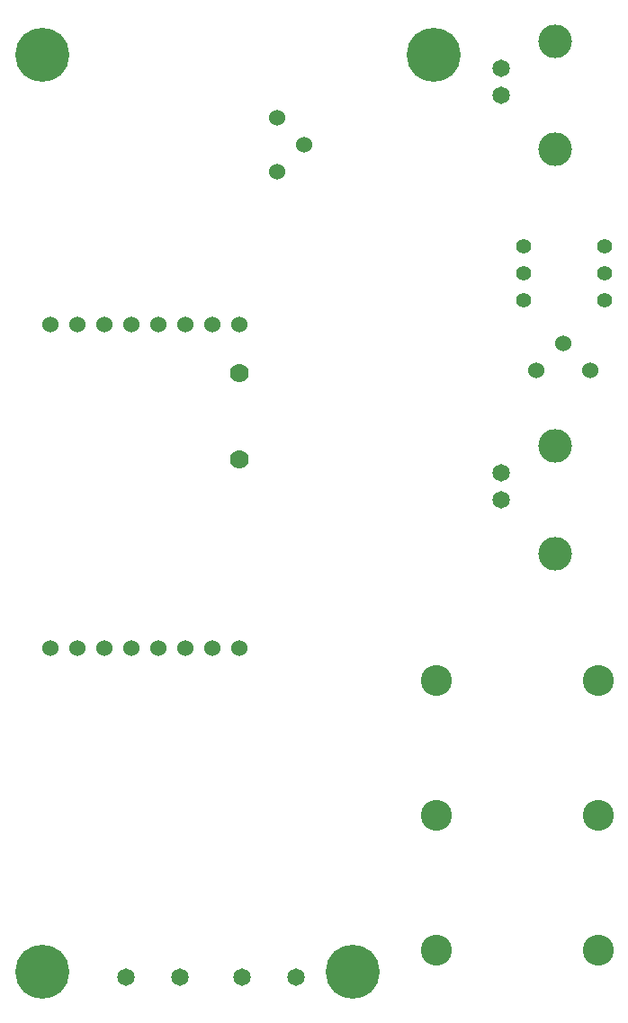
<source format=gbr>
G04 #@! TF.FileFunction,Soldermask,Bot*
%FSLAX46Y46*%
G04 Gerber Fmt 4.6, Leading zero omitted, Abs format (unit mm)*
G04 Created by KiCad (PCBNEW (after 2015-mar-04 BZR unknown)-product) date 11/22/2015 6:31:28 PM*
%MOMM*%
G01*
G04 APERTURE LIST*
%ADD10C,0.100000*%
%ADD11C,1.651000*%
%ADD12C,1.397000*%
%ADD13C,1.524000*%
%ADD14C,2.921000*%
%ADD15C,3.175000*%
%ADD16C,1.778000*%
%ADD17C,5.080000*%
G04 APERTURE END LIST*
D10*
D11*
X53086000Y-116078000D03*
X48006000Y-116078000D03*
X42164000Y-116078000D03*
X37084000Y-116078000D03*
D12*
X74549000Y-47244000D03*
X74549000Y-49784000D03*
X74549000Y-52324000D03*
X82169000Y-52324000D03*
X82169000Y-49784000D03*
X82169000Y-47244000D03*
D13*
X53848000Y-37719000D03*
X51308000Y-40259000D03*
X51308000Y-35179000D03*
D14*
X81534000Y-113538000D03*
X66294000Y-113538000D03*
X81534000Y-100838000D03*
X66294000Y-100838000D03*
X81534000Y-88138000D03*
X66294000Y-88138000D03*
D15*
X77470000Y-38100000D03*
D11*
X72390000Y-33020000D03*
X72390000Y-30480000D03*
D15*
X77470000Y-27940000D03*
X77470000Y-76200000D03*
D11*
X72390000Y-71120000D03*
X72390000Y-68580000D03*
D15*
X77470000Y-66040000D03*
D13*
X78232000Y-56388000D03*
X80772000Y-58928000D03*
X75692000Y-58928000D03*
X29972000Y-85090000D03*
X32512000Y-85090000D03*
X35052000Y-85090000D03*
X37592000Y-85090000D03*
X40132000Y-85090000D03*
X42672000Y-85090000D03*
X45212000Y-85090000D03*
X47752000Y-85090000D03*
X29972000Y-54610000D03*
X32512000Y-54610000D03*
X35052000Y-54610000D03*
X37592000Y-54610000D03*
X40132000Y-54610000D03*
X42672000Y-54610000D03*
X45212000Y-54610000D03*
X47752000Y-54610000D03*
D16*
X47752000Y-67310000D03*
X47752000Y-59182000D03*
D17*
X29210000Y-29210000D03*
X66040000Y-29210000D03*
X29210000Y-115570000D03*
X58420000Y-115570000D03*
M02*

</source>
